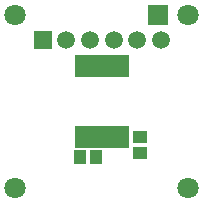
<source format=gbs>
G04*
G04 #@! TF.GenerationSoftware,Altium Limited,Altium Designer,24.4.1 (13)*
G04*
G04 Layer_Color=16711935*
%FSLAX44Y44*%
%MOMM*%
G71*
G04*
G04 #@! TF.SameCoordinates,981E6EA0-C3E0-4720-A1E8-73D649FB2924*
G04*
G04*
G04 #@! TF.FilePolarity,Negative*
G04*
G01*
G75*
%ADD12C,1.5032*%
%ADD13R,1.5032X1.5032*%
%ADD14C,1.8032*%
%ADD23R,1.7272X1.7272*%
%ADD24R,1.2032X1.1032*%
%ADD25R,1.1032X1.2032*%
%ADD26R,0.6532X1.9032*%
D12*
X-10000Y52000D02*
D03*
X-30000D02*
D03*
X10000D02*
D03*
X30000D02*
D03*
X50000D02*
D03*
D13*
X-50000D02*
D03*
D14*
X73000Y-73000D02*
D03*
X-73000Y73000D02*
D03*
X73000D02*
D03*
X-73000Y-73000D02*
D03*
D23*
X48000Y73000D02*
D03*
D24*
X32000Y-30250D02*
D03*
Y-43750D02*
D03*
D25*
X-5250Y-47000D02*
D03*
X-18750D02*
D03*
D26*
X-19500Y30000D02*
D03*
X-13000D02*
D03*
X-6500D02*
D03*
X-0D02*
D03*
X6500D02*
D03*
X13000D02*
D03*
X19500D02*
D03*
X-19500Y-30000D02*
D03*
X-13000D02*
D03*
X-6500D02*
D03*
X-0D02*
D03*
X6500D02*
D03*
X13000D02*
D03*
X19500D02*
D03*
M02*

</source>
